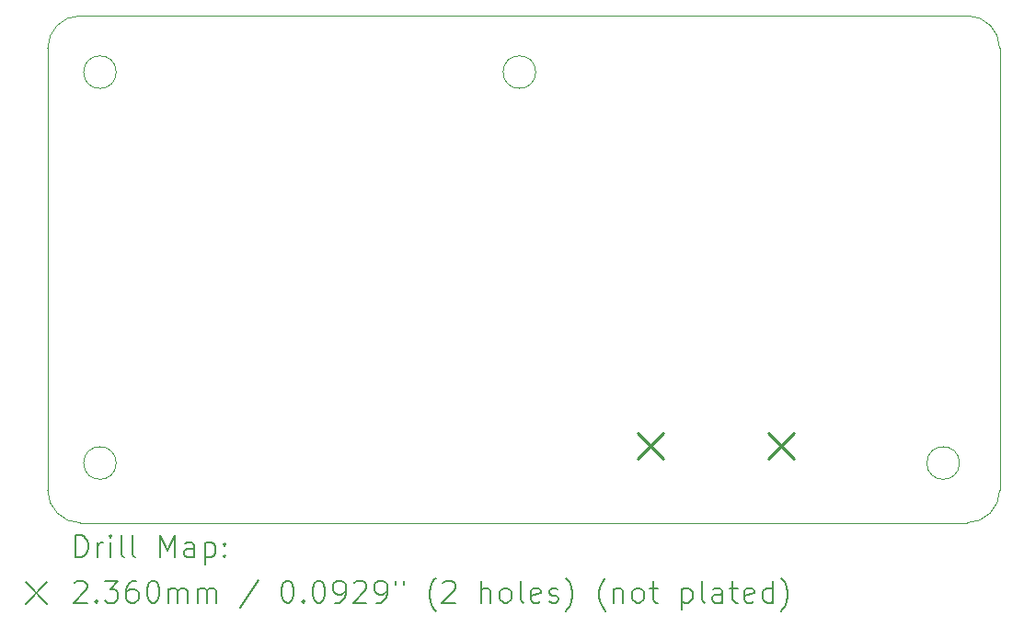
<source format=gbr>
%TF.GenerationSoftware,KiCad,Pcbnew,9.0.3*%
%TF.CreationDate,2025-11-06T12:11:46+01:00*%
%TF.ProjectId,modbus-to-x,6d6f6462-7573-42d7-946f-2d782e6b6963,rev?*%
%TF.SameCoordinates,Original*%
%TF.FileFunction,Drillmap*%
%TF.FilePolarity,Positive*%
%FSLAX45Y45*%
G04 Gerber Fmt 4.5, Leading zero omitted, Abs format (unit mm)*
G04 Created by KiCad (PCBNEW 9.0.3) date 2025-11-06 12:11:46*
%MOMM*%
%LPD*%
G01*
G04 APERTURE LIST*
%ADD10C,0.100000*%
%ADD11C,0.050000*%
%ADD12C,0.200000*%
%ADD13C,0.236000*%
G04 APERTURE END LIST*
D10*
X4790000Y-13420000D02*
G75*
G02*
X4490000Y-13120000I0J300000D01*
G01*
X13250000Y-13120000D02*
G75*
G02*
X12950000Y-13420000I-300000J0D01*
G01*
X12950000Y-8750000D02*
G75*
G02*
X13250000Y-9050000I0J-300000D01*
G01*
X4490000Y-9050000D02*
G75*
G02*
X4790000Y-8750000I300000J0D01*
G01*
X12950000Y-13420000D02*
X4790000Y-13420000D01*
X12950000Y-8750000D02*
X4790000Y-8750000D01*
D11*
X5120000Y-9270000D02*
G75*
G02*
X4820000Y-9270000I-150000J0D01*
G01*
X4820000Y-9270000D02*
G75*
G02*
X5120000Y-9270000I150000J0D01*
G01*
X5120000Y-12870000D02*
G75*
G02*
X4820000Y-12870000I-150000J0D01*
G01*
X4820000Y-12870000D02*
G75*
G02*
X5120000Y-12870000I150000J0D01*
G01*
X8980000Y-9270000D02*
G75*
G02*
X8680000Y-9270000I-150000J0D01*
G01*
X8680000Y-9270000D02*
G75*
G02*
X8980000Y-9270000I150000J0D01*
G01*
D10*
X13250000Y-9050000D02*
X13250000Y-13120000D01*
D11*
X12880000Y-12870000D02*
G75*
G02*
X12580000Y-12870000I-150000J0D01*
G01*
X12580000Y-12870000D02*
G75*
G02*
X12880000Y-12870000I150000J0D01*
G01*
D10*
X4490000Y-9050000D02*
X4490000Y-13120000D01*
D12*
D13*
X9922000Y-12592000D02*
X10158000Y-12828000D01*
X10158000Y-12592000D02*
X9922000Y-12828000D01*
X11122000Y-12592000D02*
X11358000Y-12828000D01*
X11358000Y-12592000D02*
X11122000Y-12828000D01*
D12*
X4745777Y-13736484D02*
X4745777Y-13536484D01*
X4745777Y-13536484D02*
X4793396Y-13536484D01*
X4793396Y-13536484D02*
X4821967Y-13546008D01*
X4821967Y-13546008D02*
X4841015Y-13565055D01*
X4841015Y-13565055D02*
X4850539Y-13584103D01*
X4850539Y-13584103D02*
X4860063Y-13622198D01*
X4860063Y-13622198D02*
X4860063Y-13650769D01*
X4860063Y-13650769D02*
X4850539Y-13688865D01*
X4850539Y-13688865D02*
X4841015Y-13707912D01*
X4841015Y-13707912D02*
X4821967Y-13726960D01*
X4821967Y-13726960D02*
X4793396Y-13736484D01*
X4793396Y-13736484D02*
X4745777Y-13736484D01*
X4945777Y-13736484D02*
X4945777Y-13603150D01*
X4945777Y-13641246D02*
X4955301Y-13622198D01*
X4955301Y-13622198D02*
X4964824Y-13612674D01*
X4964824Y-13612674D02*
X4983872Y-13603150D01*
X4983872Y-13603150D02*
X5002920Y-13603150D01*
X5069586Y-13736484D02*
X5069586Y-13603150D01*
X5069586Y-13536484D02*
X5060063Y-13546008D01*
X5060063Y-13546008D02*
X5069586Y-13555531D01*
X5069586Y-13555531D02*
X5079110Y-13546008D01*
X5079110Y-13546008D02*
X5069586Y-13536484D01*
X5069586Y-13536484D02*
X5069586Y-13555531D01*
X5193396Y-13736484D02*
X5174348Y-13726960D01*
X5174348Y-13726960D02*
X5164824Y-13707912D01*
X5164824Y-13707912D02*
X5164824Y-13536484D01*
X5298158Y-13736484D02*
X5279110Y-13726960D01*
X5279110Y-13726960D02*
X5269586Y-13707912D01*
X5269586Y-13707912D02*
X5269586Y-13536484D01*
X5526729Y-13736484D02*
X5526729Y-13536484D01*
X5526729Y-13536484D02*
X5593396Y-13679341D01*
X5593396Y-13679341D02*
X5660062Y-13536484D01*
X5660062Y-13536484D02*
X5660062Y-13736484D01*
X5841015Y-13736484D02*
X5841015Y-13631722D01*
X5841015Y-13631722D02*
X5831491Y-13612674D01*
X5831491Y-13612674D02*
X5812443Y-13603150D01*
X5812443Y-13603150D02*
X5774348Y-13603150D01*
X5774348Y-13603150D02*
X5755301Y-13612674D01*
X5841015Y-13726960D02*
X5821967Y-13736484D01*
X5821967Y-13736484D02*
X5774348Y-13736484D01*
X5774348Y-13736484D02*
X5755301Y-13726960D01*
X5755301Y-13726960D02*
X5745777Y-13707912D01*
X5745777Y-13707912D02*
X5745777Y-13688865D01*
X5745777Y-13688865D02*
X5755301Y-13669817D01*
X5755301Y-13669817D02*
X5774348Y-13660293D01*
X5774348Y-13660293D02*
X5821967Y-13660293D01*
X5821967Y-13660293D02*
X5841015Y-13650769D01*
X5936253Y-13603150D02*
X5936253Y-13803150D01*
X5936253Y-13612674D02*
X5955301Y-13603150D01*
X5955301Y-13603150D02*
X5993396Y-13603150D01*
X5993396Y-13603150D02*
X6012443Y-13612674D01*
X6012443Y-13612674D02*
X6021967Y-13622198D01*
X6021967Y-13622198D02*
X6031491Y-13641246D01*
X6031491Y-13641246D02*
X6031491Y-13698388D01*
X6031491Y-13698388D02*
X6021967Y-13717436D01*
X6021967Y-13717436D02*
X6012443Y-13726960D01*
X6012443Y-13726960D02*
X5993396Y-13736484D01*
X5993396Y-13736484D02*
X5955301Y-13736484D01*
X5955301Y-13736484D02*
X5936253Y-13726960D01*
X6117205Y-13717436D02*
X6126729Y-13726960D01*
X6126729Y-13726960D02*
X6117205Y-13736484D01*
X6117205Y-13736484D02*
X6107682Y-13726960D01*
X6107682Y-13726960D02*
X6117205Y-13717436D01*
X6117205Y-13717436D02*
X6117205Y-13736484D01*
X6117205Y-13612674D02*
X6126729Y-13622198D01*
X6126729Y-13622198D02*
X6117205Y-13631722D01*
X6117205Y-13631722D02*
X6107682Y-13622198D01*
X6107682Y-13622198D02*
X6117205Y-13612674D01*
X6117205Y-13612674D02*
X6117205Y-13631722D01*
X4285000Y-13965000D02*
X4485000Y-14165000D01*
X4485000Y-13965000D02*
X4285000Y-14165000D01*
X4736253Y-13975531D02*
X4745777Y-13966008D01*
X4745777Y-13966008D02*
X4764824Y-13956484D01*
X4764824Y-13956484D02*
X4812444Y-13956484D01*
X4812444Y-13956484D02*
X4831491Y-13966008D01*
X4831491Y-13966008D02*
X4841015Y-13975531D01*
X4841015Y-13975531D02*
X4850539Y-13994579D01*
X4850539Y-13994579D02*
X4850539Y-14013627D01*
X4850539Y-14013627D02*
X4841015Y-14042198D01*
X4841015Y-14042198D02*
X4726729Y-14156484D01*
X4726729Y-14156484D02*
X4850539Y-14156484D01*
X4936253Y-14137436D02*
X4945777Y-14146960D01*
X4945777Y-14146960D02*
X4936253Y-14156484D01*
X4936253Y-14156484D02*
X4926729Y-14146960D01*
X4926729Y-14146960D02*
X4936253Y-14137436D01*
X4936253Y-14137436D02*
X4936253Y-14156484D01*
X5012444Y-13956484D02*
X5136253Y-13956484D01*
X5136253Y-13956484D02*
X5069586Y-14032674D01*
X5069586Y-14032674D02*
X5098158Y-14032674D01*
X5098158Y-14032674D02*
X5117205Y-14042198D01*
X5117205Y-14042198D02*
X5126729Y-14051722D01*
X5126729Y-14051722D02*
X5136253Y-14070769D01*
X5136253Y-14070769D02*
X5136253Y-14118388D01*
X5136253Y-14118388D02*
X5126729Y-14137436D01*
X5126729Y-14137436D02*
X5117205Y-14146960D01*
X5117205Y-14146960D02*
X5098158Y-14156484D01*
X5098158Y-14156484D02*
X5041015Y-14156484D01*
X5041015Y-14156484D02*
X5021967Y-14146960D01*
X5021967Y-14146960D02*
X5012444Y-14137436D01*
X5307682Y-13956484D02*
X5269586Y-13956484D01*
X5269586Y-13956484D02*
X5250539Y-13966008D01*
X5250539Y-13966008D02*
X5241015Y-13975531D01*
X5241015Y-13975531D02*
X5221967Y-14004103D01*
X5221967Y-14004103D02*
X5212444Y-14042198D01*
X5212444Y-14042198D02*
X5212444Y-14118388D01*
X5212444Y-14118388D02*
X5221967Y-14137436D01*
X5221967Y-14137436D02*
X5231491Y-14146960D01*
X5231491Y-14146960D02*
X5250539Y-14156484D01*
X5250539Y-14156484D02*
X5288634Y-14156484D01*
X5288634Y-14156484D02*
X5307682Y-14146960D01*
X5307682Y-14146960D02*
X5317205Y-14137436D01*
X5317205Y-14137436D02*
X5326729Y-14118388D01*
X5326729Y-14118388D02*
X5326729Y-14070769D01*
X5326729Y-14070769D02*
X5317205Y-14051722D01*
X5317205Y-14051722D02*
X5307682Y-14042198D01*
X5307682Y-14042198D02*
X5288634Y-14032674D01*
X5288634Y-14032674D02*
X5250539Y-14032674D01*
X5250539Y-14032674D02*
X5231491Y-14042198D01*
X5231491Y-14042198D02*
X5221967Y-14051722D01*
X5221967Y-14051722D02*
X5212444Y-14070769D01*
X5450539Y-13956484D02*
X5469586Y-13956484D01*
X5469586Y-13956484D02*
X5488634Y-13966008D01*
X5488634Y-13966008D02*
X5498158Y-13975531D01*
X5498158Y-13975531D02*
X5507682Y-13994579D01*
X5507682Y-13994579D02*
X5517205Y-14032674D01*
X5517205Y-14032674D02*
X5517205Y-14080293D01*
X5517205Y-14080293D02*
X5507682Y-14118388D01*
X5507682Y-14118388D02*
X5498158Y-14137436D01*
X5498158Y-14137436D02*
X5488634Y-14146960D01*
X5488634Y-14146960D02*
X5469586Y-14156484D01*
X5469586Y-14156484D02*
X5450539Y-14156484D01*
X5450539Y-14156484D02*
X5431491Y-14146960D01*
X5431491Y-14146960D02*
X5421967Y-14137436D01*
X5421967Y-14137436D02*
X5412444Y-14118388D01*
X5412444Y-14118388D02*
X5402920Y-14080293D01*
X5402920Y-14080293D02*
X5402920Y-14032674D01*
X5402920Y-14032674D02*
X5412444Y-13994579D01*
X5412444Y-13994579D02*
X5421967Y-13975531D01*
X5421967Y-13975531D02*
X5431491Y-13966008D01*
X5431491Y-13966008D02*
X5450539Y-13956484D01*
X5602920Y-14156484D02*
X5602920Y-14023150D01*
X5602920Y-14042198D02*
X5612443Y-14032674D01*
X5612443Y-14032674D02*
X5631491Y-14023150D01*
X5631491Y-14023150D02*
X5660063Y-14023150D01*
X5660063Y-14023150D02*
X5679110Y-14032674D01*
X5679110Y-14032674D02*
X5688634Y-14051722D01*
X5688634Y-14051722D02*
X5688634Y-14156484D01*
X5688634Y-14051722D02*
X5698158Y-14032674D01*
X5698158Y-14032674D02*
X5717205Y-14023150D01*
X5717205Y-14023150D02*
X5745777Y-14023150D01*
X5745777Y-14023150D02*
X5764824Y-14032674D01*
X5764824Y-14032674D02*
X5774348Y-14051722D01*
X5774348Y-14051722D02*
X5774348Y-14156484D01*
X5869586Y-14156484D02*
X5869586Y-14023150D01*
X5869586Y-14042198D02*
X5879110Y-14032674D01*
X5879110Y-14032674D02*
X5898158Y-14023150D01*
X5898158Y-14023150D02*
X5926729Y-14023150D01*
X5926729Y-14023150D02*
X5945777Y-14032674D01*
X5945777Y-14032674D02*
X5955301Y-14051722D01*
X5955301Y-14051722D02*
X5955301Y-14156484D01*
X5955301Y-14051722D02*
X5964824Y-14032674D01*
X5964824Y-14032674D02*
X5983872Y-14023150D01*
X5983872Y-14023150D02*
X6012443Y-14023150D01*
X6012443Y-14023150D02*
X6031491Y-14032674D01*
X6031491Y-14032674D02*
X6041015Y-14051722D01*
X6041015Y-14051722D02*
X6041015Y-14156484D01*
X6431491Y-13946960D02*
X6260063Y-14204103D01*
X6688634Y-13956484D02*
X6707682Y-13956484D01*
X6707682Y-13956484D02*
X6726729Y-13966008D01*
X6726729Y-13966008D02*
X6736253Y-13975531D01*
X6736253Y-13975531D02*
X6745777Y-13994579D01*
X6745777Y-13994579D02*
X6755301Y-14032674D01*
X6755301Y-14032674D02*
X6755301Y-14080293D01*
X6755301Y-14080293D02*
X6745777Y-14118388D01*
X6745777Y-14118388D02*
X6736253Y-14137436D01*
X6736253Y-14137436D02*
X6726729Y-14146960D01*
X6726729Y-14146960D02*
X6707682Y-14156484D01*
X6707682Y-14156484D02*
X6688634Y-14156484D01*
X6688634Y-14156484D02*
X6669586Y-14146960D01*
X6669586Y-14146960D02*
X6660063Y-14137436D01*
X6660063Y-14137436D02*
X6650539Y-14118388D01*
X6650539Y-14118388D02*
X6641015Y-14080293D01*
X6641015Y-14080293D02*
X6641015Y-14032674D01*
X6641015Y-14032674D02*
X6650539Y-13994579D01*
X6650539Y-13994579D02*
X6660063Y-13975531D01*
X6660063Y-13975531D02*
X6669586Y-13966008D01*
X6669586Y-13966008D02*
X6688634Y-13956484D01*
X6841015Y-14137436D02*
X6850539Y-14146960D01*
X6850539Y-14146960D02*
X6841015Y-14156484D01*
X6841015Y-14156484D02*
X6831491Y-14146960D01*
X6831491Y-14146960D02*
X6841015Y-14137436D01*
X6841015Y-14137436D02*
X6841015Y-14156484D01*
X6974348Y-13956484D02*
X6993396Y-13956484D01*
X6993396Y-13956484D02*
X7012444Y-13966008D01*
X7012444Y-13966008D02*
X7021967Y-13975531D01*
X7021967Y-13975531D02*
X7031491Y-13994579D01*
X7031491Y-13994579D02*
X7041015Y-14032674D01*
X7041015Y-14032674D02*
X7041015Y-14080293D01*
X7041015Y-14080293D02*
X7031491Y-14118388D01*
X7031491Y-14118388D02*
X7021967Y-14137436D01*
X7021967Y-14137436D02*
X7012444Y-14146960D01*
X7012444Y-14146960D02*
X6993396Y-14156484D01*
X6993396Y-14156484D02*
X6974348Y-14156484D01*
X6974348Y-14156484D02*
X6955301Y-14146960D01*
X6955301Y-14146960D02*
X6945777Y-14137436D01*
X6945777Y-14137436D02*
X6936253Y-14118388D01*
X6936253Y-14118388D02*
X6926729Y-14080293D01*
X6926729Y-14080293D02*
X6926729Y-14032674D01*
X6926729Y-14032674D02*
X6936253Y-13994579D01*
X6936253Y-13994579D02*
X6945777Y-13975531D01*
X6945777Y-13975531D02*
X6955301Y-13966008D01*
X6955301Y-13966008D02*
X6974348Y-13956484D01*
X7136253Y-14156484D02*
X7174348Y-14156484D01*
X7174348Y-14156484D02*
X7193396Y-14146960D01*
X7193396Y-14146960D02*
X7202920Y-14137436D01*
X7202920Y-14137436D02*
X7221967Y-14108865D01*
X7221967Y-14108865D02*
X7231491Y-14070769D01*
X7231491Y-14070769D02*
X7231491Y-13994579D01*
X7231491Y-13994579D02*
X7221967Y-13975531D01*
X7221967Y-13975531D02*
X7212444Y-13966008D01*
X7212444Y-13966008D02*
X7193396Y-13956484D01*
X7193396Y-13956484D02*
X7155301Y-13956484D01*
X7155301Y-13956484D02*
X7136253Y-13966008D01*
X7136253Y-13966008D02*
X7126729Y-13975531D01*
X7126729Y-13975531D02*
X7117206Y-13994579D01*
X7117206Y-13994579D02*
X7117206Y-14042198D01*
X7117206Y-14042198D02*
X7126729Y-14061246D01*
X7126729Y-14061246D02*
X7136253Y-14070769D01*
X7136253Y-14070769D02*
X7155301Y-14080293D01*
X7155301Y-14080293D02*
X7193396Y-14080293D01*
X7193396Y-14080293D02*
X7212444Y-14070769D01*
X7212444Y-14070769D02*
X7221967Y-14061246D01*
X7221967Y-14061246D02*
X7231491Y-14042198D01*
X7307682Y-13975531D02*
X7317206Y-13966008D01*
X7317206Y-13966008D02*
X7336253Y-13956484D01*
X7336253Y-13956484D02*
X7383872Y-13956484D01*
X7383872Y-13956484D02*
X7402920Y-13966008D01*
X7402920Y-13966008D02*
X7412444Y-13975531D01*
X7412444Y-13975531D02*
X7421967Y-13994579D01*
X7421967Y-13994579D02*
X7421967Y-14013627D01*
X7421967Y-14013627D02*
X7412444Y-14042198D01*
X7412444Y-14042198D02*
X7298158Y-14156484D01*
X7298158Y-14156484D02*
X7421967Y-14156484D01*
X7517206Y-14156484D02*
X7555301Y-14156484D01*
X7555301Y-14156484D02*
X7574348Y-14146960D01*
X7574348Y-14146960D02*
X7583872Y-14137436D01*
X7583872Y-14137436D02*
X7602920Y-14108865D01*
X7602920Y-14108865D02*
X7612444Y-14070769D01*
X7612444Y-14070769D02*
X7612444Y-13994579D01*
X7612444Y-13994579D02*
X7602920Y-13975531D01*
X7602920Y-13975531D02*
X7593396Y-13966008D01*
X7593396Y-13966008D02*
X7574348Y-13956484D01*
X7574348Y-13956484D02*
X7536253Y-13956484D01*
X7536253Y-13956484D02*
X7517206Y-13966008D01*
X7517206Y-13966008D02*
X7507682Y-13975531D01*
X7507682Y-13975531D02*
X7498158Y-13994579D01*
X7498158Y-13994579D02*
X7498158Y-14042198D01*
X7498158Y-14042198D02*
X7507682Y-14061246D01*
X7507682Y-14061246D02*
X7517206Y-14070769D01*
X7517206Y-14070769D02*
X7536253Y-14080293D01*
X7536253Y-14080293D02*
X7574348Y-14080293D01*
X7574348Y-14080293D02*
X7593396Y-14070769D01*
X7593396Y-14070769D02*
X7602920Y-14061246D01*
X7602920Y-14061246D02*
X7612444Y-14042198D01*
X7688634Y-13956484D02*
X7688634Y-13994579D01*
X7764825Y-13956484D02*
X7764825Y-13994579D01*
X8060063Y-14232674D02*
X8050539Y-14223150D01*
X8050539Y-14223150D02*
X8031491Y-14194579D01*
X8031491Y-14194579D02*
X8021968Y-14175531D01*
X8021968Y-14175531D02*
X8012444Y-14146960D01*
X8012444Y-14146960D02*
X8002920Y-14099341D01*
X8002920Y-14099341D02*
X8002920Y-14061246D01*
X8002920Y-14061246D02*
X8012444Y-14013627D01*
X8012444Y-14013627D02*
X8021968Y-13985055D01*
X8021968Y-13985055D02*
X8031491Y-13966008D01*
X8031491Y-13966008D02*
X8050539Y-13937436D01*
X8050539Y-13937436D02*
X8060063Y-13927912D01*
X8126729Y-13975531D02*
X8136253Y-13966008D01*
X8136253Y-13966008D02*
X8155301Y-13956484D01*
X8155301Y-13956484D02*
X8202920Y-13956484D01*
X8202920Y-13956484D02*
X8221968Y-13966008D01*
X8221968Y-13966008D02*
X8231491Y-13975531D01*
X8231491Y-13975531D02*
X8241015Y-13994579D01*
X8241015Y-13994579D02*
X8241015Y-14013627D01*
X8241015Y-14013627D02*
X8231491Y-14042198D01*
X8231491Y-14042198D02*
X8117206Y-14156484D01*
X8117206Y-14156484D02*
X8241015Y-14156484D01*
X8479111Y-14156484D02*
X8479111Y-13956484D01*
X8564825Y-14156484D02*
X8564825Y-14051722D01*
X8564825Y-14051722D02*
X8555301Y-14032674D01*
X8555301Y-14032674D02*
X8536253Y-14023150D01*
X8536253Y-14023150D02*
X8507682Y-14023150D01*
X8507682Y-14023150D02*
X8488634Y-14032674D01*
X8488634Y-14032674D02*
X8479111Y-14042198D01*
X8688634Y-14156484D02*
X8669587Y-14146960D01*
X8669587Y-14146960D02*
X8660063Y-14137436D01*
X8660063Y-14137436D02*
X8650539Y-14118388D01*
X8650539Y-14118388D02*
X8650539Y-14061246D01*
X8650539Y-14061246D02*
X8660063Y-14042198D01*
X8660063Y-14042198D02*
X8669587Y-14032674D01*
X8669587Y-14032674D02*
X8688634Y-14023150D01*
X8688634Y-14023150D02*
X8717206Y-14023150D01*
X8717206Y-14023150D02*
X8736253Y-14032674D01*
X8736253Y-14032674D02*
X8745777Y-14042198D01*
X8745777Y-14042198D02*
X8755301Y-14061246D01*
X8755301Y-14061246D02*
X8755301Y-14118388D01*
X8755301Y-14118388D02*
X8745777Y-14137436D01*
X8745777Y-14137436D02*
X8736253Y-14146960D01*
X8736253Y-14146960D02*
X8717206Y-14156484D01*
X8717206Y-14156484D02*
X8688634Y-14156484D01*
X8869587Y-14156484D02*
X8850539Y-14146960D01*
X8850539Y-14146960D02*
X8841015Y-14127912D01*
X8841015Y-14127912D02*
X8841015Y-13956484D01*
X9021968Y-14146960D02*
X9002920Y-14156484D01*
X9002920Y-14156484D02*
X8964825Y-14156484D01*
X8964825Y-14156484D02*
X8945777Y-14146960D01*
X8945777Y-14146960D02*
X8936253Y-14127912D01*
X8936253Y-14127912D02*
X8936253Y-14051722D01*
X8936253Y-14051722D02*
X8945777Y-14032674D01*
X8945777Y-14032674D02*
X8964825Y-14023150D01*
X8964825Y-14023150D02*
X9002920Y-14023150D01*
X9002920Y-14023150D02*
X9021968Y-14032674D01*
X9021968Y-14032674D02*
X9031492Y-14051722D01*
X9031492Y-14051722D02*
X9031492Y-14070769D01*
X9031492Y-14070769D02*
X8936253Y-14089817D01*
X9107682Y-14146960D02*
X9126730Y-14156484D01*
X9126730Y-14156484D02*
X9164825Y-14156484D01*
X9164825Y-14156484D02*
X9183873Y-14146960D01*
X9183873Y-14146960D02*
X9193396Y-14127912D01*
X9193396Y-14127912D02*
X9193396Y-14118388D01*
X9193396Y-14118388D02*
X9183873Y-14099341D01*
X9183873Y-14099341D02*
X9164825Y-14089817D01*
X9164825Y-14089817D02*
X9136253Y-14089817D01*
X9136253Y-14089817D02*
X9117206Y-14080293D01*
X9117206Y-14080293D02*
X9107682Y-14061246D01*
X9107682Y-14061246D02*
X9107682Y-14051722D01*
X9107682Y-14051722D02*
X9117206Y-14032674D01*
X9117206Y-14032674D02*
X9136253Y-14023150D01*
X9136253Y-14023150D02*
X9164825Y-14023150D01*
X9164825Y-14023150D02*
X9183873Y-14032674D01*
X9260063Y-14232674D02*
X9269587Y-14223150D01*
X9269587Y-14223150D02*
X9288634Y-14194579D01*
X9288634Y-14194579D02*
X9298158Y-14175531D01*
X9298158Y-14175531D02*
X9307682Y-14146960D01*
X9307682Y-14146960D02*
X9317206Y-14099341D01*
X9317206Y-14099341D02*
X9317206Y-14061246D01*
X9317206Y-14061246D02*
X9307682Y-14013627D01*
X9307682Y-14013627D02*
X9298158Y-13985055D01*
X9298158Y-13985055D02*
X9288634Y-13966008D01*
X9288634Y-13966008D02*
X9269587Y-13937436D01*
X9269587Y-13937436D02*
X9260063Y-13927912D01*
X9621968Y-14232674D02*
X9612444Y-14223150D01*
X9612444Y-14223150D02*
X9593396Y-14194579D01*
X9593396Y-14194579D02*
X9583873Y-14175531D01*
X9583873Y-14175531D02*
X9574349Y-14146960D01*
X9574349Y-14146960D02*
X9564825Y-14099341D01*
X9564825Y-14099341D02*
X9564825Y-14061246D01*
X9564825Y-14061246D02*
X9574349Y-14013627D01*
X9574349Y-14013627D02*
X9583873Y-13985055D01*
X9583873Y-13985055D02*
X9593396Y-13966008D01*
X9593396Y-13966008D02*
X9612444Y-13937436D01*
X9612444Y-13937436D02*
X9621968Y-13927912D01*
X9698158Y-14023150D02*
X9698158Y-14156484D01*
X9698158Y-14042198D02*
X9707682Y-14032674D01*
X9707682Y-14032674D02*
X9726730Y-14023150D01*
X9726730Y-14023150D02*
X9755301Y-14023150D01*
X9755301Y-14023150D02*
X9774349Y-14032674D01*
X9774349Y-14032674D02*
X9783873Y-14051722D01*
X9783873Y-14051722D02*
X9783873Y-14156484D01*
X9907682Y-14156484D02*
X9888634Y-14146960D01*
X9888634Y-14146960D02*
X9879111Y-14137436D01*
X9879111Y-14137436D02*
X9869587Y-14118388D01*
X9869587Y-14118388D02*
X9869587Y-14061246D01*
X9869587Y-14061246D02*
X9879111Y-14042198D01*
X9879111Y-14042198D02*
X9888634Y-14032674D01*
X9888634Y-14032674D02*
X9907682Y-14023150D01*
X9907682Y-14023150D02*
X9936254Y-14023150D01*
X9936254Y-14023150D02*
X9955301Y-14032674D01*
X9955301Y-14032674D02*
X9964825Y-14042198D01*
X9964825Y-14042198D02*
X9974349Y-14061246D01*
X9974349Y-14061246D02*
X9974349Y-14118388D01*
X9974349Y-14118388D02*
X9964825Y-14137436D01*
X9964825Y-14137436D02*
X9955301Y-14146960D01*
X9955301Y-14146960D02*
X9936254Y-14156484D01*
X9936254Y-14156484D02*
X9907682Y-14156484D01*
X10031492Y-14023150D02*
X10107682Y-14023150D01*
X10060063Y-13956484D02*
X10060063Y-14127912D01*
X10060063Y-14127912D02*
X10069587Y-14146960D01*
X10069587Y-14146960D02*
X10088634Y-14156484D01*
X10088634Y-14156484D02*
X10107682Y-14156484D01*
X10326730Y-14023150D02*
X10326730Y-14223150D01*
X10326730Y-14032674D02*
X10345777Y-14023150D01*
X10345777Y-14023150D02*
X10383873Y-14023150D01*
X10383873Y-14023150D02*
X10402920Y-14032674D01*
X10402920Y-14032674D02*
X10412444Y-14042198D01*
X10412444Y-14042198D02*
X10421968Y-14061246D01*
X10421968Y-14061246D02*
X10421968Y-14118388D01*
X10421968Y-14118388D02*
X10412444Y-14137436D01*
X10412444Y-14137436D02*
X10402920Y-14146960D01*
X10402920Y-14146960D02*
X10383873Y-14156484D01*
X10383873Y-14156484D02*
X10345777Y-14156484D01*
X10345777Y-14156484D02*
X10326730Y-14146960D01*
X10536254Y-14156484D02*
X10517206Y-14146960D01*
X10517206Y-14146960D02*
X10507682Y-14127912D01*
X10507682Y-14127912D02*
X10507682Y-13956484D01*
X10698158Y-14156484D02*
X10698158Y-14051722D01*
X10698158Y-14051722D02*
X10688635Y-14032674D01*
X10688635Y-14032674D02*
X10669587Y-14023150D01*
X10669587Y-14023150D02*
X10631492Y-14023150D01*
X10631492Y-14023150D02*
X10612444Y-14032674D01*
X10698158Y-14146960D02*
X10679111Y-14156484D01*
X10679111Y-14156484D02*
X10631492Y-14156484D01*
X10631492Y-14156484D02*
X10612444Y-14146960D01*
X10612444Y-14146960D02*
X10602920Y-14127912D01*
X10602920Y-14127912D02*
X10602920Y-14108865D01*
X10602920Y-14108865D02*
X10612444Y-14089817D01*
X10612444Y-14089817D02*
X10631492Y-14080293D01*
X10631492Y-14080293D02*
X10679111Y-14080293D01*
X10679111Y-14080293D02*
X10698158Y-14070769D01*
X10764825Y-14023150D02*
X10841015Y-14023150D01*
X10793396Y-13956484D02*
X10793396Y-14127912D01*
X10793396Y-14127912D02*
X10802920Y-14146960D01*
X10802920Y-14146960D02*
X10821968Y-14156484D01*
X10821968Y-14156484D02*
X10841015Y-14156484D01*
X10983873Y-14146960D02*
X10964825Y-14156484D01*
X10964825Y-14156484D02*
X10926730Y-14156484D01*
X10926730Y-14156484D02*
X10907682Y-14146960D01*
X10907682Y-14146960D02*
X10898158Y-14127912D01*
X10898158Y-14127912D02*
X10898158Y-14051722D01*
X10898158Y-14051722D02*
X10907682Y-14032674D01*
X10907682Y-14032674D02*
X10926730Y-14023150D01*
X10926730Y-14023150D02*
X10964825Y-14023150D01*
X10964825Y-14023150D02*
X10983873Y-14032674D01*
X10983873Y-14032674D02*
X10993396Y-14051722D01*
X10993396Y-14051722D02*
X10993396Y-14070769D01*
X10993396Y-14070769D02*
X10898158Y-14089817D01*
X11164825Y-14156484D02*
X11164825Y-13956484D01*
X11164825Y-14146960D02*
X11145777Y-14156484D01*
X11145777Y-14156484D02*
X11107682Y-14156484D01*
X11107682Y-14156484D02*
X11088635Y-14146960D01*
X11088635Y-14146960D02*
X11079111Y-14137436D01*
X11079111Y-14137436D02*
X11069587Y-14118388D01*
X11069587Y-14118388D02*
X11069587Y-14061246D01*
X11069587Y-14061246D02*
X11079111Y-14042198D01*
X11079111Y-14042198D02*
X11088635Y-14032674D01*
X11088635Y-14032674D02*
X11107682Y-14023150D01*
X11107682Y-14023150D02*
X11145777Y-14023150D01*
X11145777Y-14023150D02*
X11164825Y-14032674D01*
X11241015Y-14232674D02*
X11250539Y-14223150D01*
X11250539Y-14223150D02*
X11269587Y-14194579D01*
X11269587Y-14194579D02*
X11279111Y-14175531D01*
X11279111Y-14175531D02*
X11288634Y-14146960D01*
X11288634Y-14146960D02*
X11298158Y-14099341D01*
X11298158Y-14099341D02*
X11298158Y-14061246D01*
X11298158Y-14061246D02*
X11288634Y-14013627D01*
X11288634Y-14013627D02*
X11279111Y-13985055D01*
X11279111Y-13985055D02*
X11269587Y-13966008D01*
X11269587Y-13966008D02*
X11250539Y-13937436D01*
X11250539Y-13937436D02*
X11241015Y-13927912D01*
M02*

</source>
